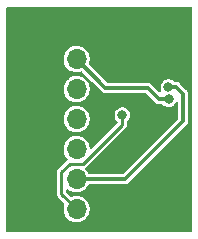
<source format=gbr>
%TF.GenerationSoftware,KiCad,Pcbnew,(6.0.5-0)*%
%TF.CreationDate,2023-04-24T20:53:51-07:00*%
%TF.ProjectId,Magnetometer_Breakout_IIS2MDCTR,4d61676e-6574-46f6-9d65-7465725f4272,rev?*%
%TF.SameCoordinates,Original*%
%TF.FileFunction,Copper,L2,Bot*%
%TF.FilePolarity,Positive*%
%FSLAX46Y46*%
G04 Gerber Fmt 4.6, Leading zero omitted, Abs format (unit mm)*
G04 Created by KiCad (PCBNEW (6.0.5-0)) date 2023-04-24 20:53:51*
%MOMM*%
%LPD*%
G01*
G04 APERTURE LIST*
%TA.AperFunction,ComponentPad*%
%ADD10R,1.700000X1.700000*%
%TD*%
%TA.AperFunction,ComponentPad*%
%ADD11O,1.700000X1.700000*%
%TD*%
%TA.AperFunction,ViaPad*%
%ADD12C,0.800000*%
%TD*%
%TA.AperFunction,Conductor*%
%ADD13C,0.350000*%
%TD*%
%TA.AperFunction,Conductor*%
%ADD14C,0.250000*%
%TD*%
G04 APERTURE END LIST*
D10*
%TO.P,J1,1,Pin_1*%
%TO.N,GND*%
X106800000Y-77575000D03*
D11*
%TO.P,J1,2,Pin_2*%
%TO.N,VDD*%
X106800000Y-80115000D03*
%TO.P,J1,3,Pin_3*%
%TO.N,SCL*%
X106800000Y-82655000D03*
%TO.P,J1,4,Pin_4*%
%TO.N,SDA*%
X106800000Y-85195000D03*
%TO.P,J1,5,Pin_5*%
%TO.N,DRDY*%
X106800000Y-87735000D03*
%TO.P,J1,6,Pin_6*%
%TO.N,VDDIO*%
X106800000Y-90275000D03*
%TO.P,J1,7,Pin_7*%
%TO.N,CS*%
X106800000Y-92815000D03*
%TD*%
D12*
%TO.N,GND*%
X103378000Y-91694000D03*
X111887000Y-87960200D03*
X109550200Y-84683600D03*
X113284000Y-81026000D03*
X103378000Y-78740000D03*
X112268000Y-92710000D03*
X115824000Y-86868000D03*
%TO.N,VDD*%
X114579400Y-83515200D03*
%TO.N,VDDIO*%
X114570000Y-82470000D03*
%TO.N,CS*%
X110670000Y-84859500D03*
%TD*%
D13*
%TO.N,VDD*%
X113784893Y-83515200D02*
X112819693Y-82550000D01*
X114579400Y-83515200D02*
X113784893Y-83515200D01*
X112819693Y-82550000D02*
X109235000Y-82550000D01*
X109235000Y-82550000D02*
X106800000Y-80115000D01*
%TO.N,VDDIO*%
X115236000Y-82470000D02*
X115824000Y-83058000D01*
X115824000Y-83058000D02*
X115824000Y-85344000D01*
X115824000Y-85344000D02*
X110893000Y-90275000D01*
X114570000Y-82470000D02*
X115236000Y-82470000D01*
X110893000Y-90275000D02*
X106800000Y-90275000D01*
D14*
%TO.N,CS*%
X110670000Y-85670000D02*
X107330000Y-89010000D01*
X105510000Y-89710000D02*
X105510000Y-91525000D01*
X110670000Y-84859500D02*
X110670000Y-85670000D01*
X107330000Y-89010000D02*
X106210000Y-89010000D01*
X106210000Y-89010000D02*
X105510000Y-89710000D01*
X105510000Y-91525000D02*
X106800000Y-92815000D01*
%TD*%
%TA.AperFunction,Conductor*%
%TO.N,GND*%
G36*
X116527621Y-75712502D02*
G01*
X116574114Y-75766158D01*
X116585500Y-75818500D01*
X116585500Y-94615500D01*
X116565498Y-94683621D01*
X116511842Y-94730114D01*
X116459500Y-94741500D01*
X100964500Y-94741500D01*
X100896379Y-94721498D01*
X100849886Y-94667842D01*
X100838500Y-94615500D01*
X100838500Y-91506876D01*
X105125680Y-91506876D01*
X105126904Y-91517217D01*
X105129627Y-91540223D01*
X105129977Y-91546154D01*
X105130072Y-91546146D01*
X105130500Y-91551324D01*
X105130500Y-91556524D01*
X105131354Y-91561653D01*
X105131354Y-91561656D01*
X105133669Y-91575565D01*
X105134506Y-91581443D01*
X105140530Y-91632341D01*
X105144493Y-91640593D01*
X105145996Y-91649626D01*
X105150943Y-91658795D01*
X105150944Y-91658797D01*
X105170334Y-91694732D01*
X105173031Y-91700025D01*
X105191785Y-91739082D01*
X105191788Y-91739086D01*
X105195219Y-91746232D01*
X105198814Y-91750508D01*
X105200737Y-91752431D01*
X105202509Y-91754363D01*
X105202552Y-91754442D01*
X105202428Y-91754555D01*
X105202904Y-91755095D01*
X105205990Y-91760814D01*
X105213635Y-91767881D01*
X105245586Y-91797416D01*
X105249152Y-91800846D01*
X105736477Y-92288171D01*
X105770503Y-92350483D01*
X105767715Y-92414630D01*
X105715007Y-92584378D01*
X105691148Y-92785964D01*
X105704424Y-92988522D01*
X105705845Y-92994118D01*
X105705846Y-92994123D01*
X105726119Y-93073945D01*
X105754392Y-93185269D01*
X105756809Y-93190512D01*
X105794010Y-93271208D01*
X105839377Y-93369616D01*
X105956533Y-93535389D01*
X106101938Y-93677035D01*
X106270720Y-93789812D01*
X106276023Y-93792090D01*
X106276026Y-93792092D01*
X106364707Y-93830192D01*
X106457228Y-93869942D01*
X106530244Y-93886464D01*
X106649579Y-93913467D01*
X106649584Y-93913468D01*
X106655216Y-93914742D01*
X106660987Y-93914969D01*
X106660989Y-93914969D01*
X106720756Y-93917317D01*
X106858053Y-93922712D01*
X106958499Y-93908148D01*
X107053231Y-93894413D01*
X107053236Y-93894412D01*
X107058945Y-93893584D01*
X107064409Y-93891729D01*
X107064414Y-93891728D01*
X107245693Y-93830192D01*
X107245698Y-93830190D01*
X107251165Y-93828334D01*
X107428276Y-93729147D01*
X107490934Y-93677035D01*
X107579913Y-93603031D01*
X107584345Y-93599345D01*
X107714147Y-93443276D01*
X107813334Y-93266165D01*
X107815190Y-93260698D01*
X107815192Y-93260693D01*
X107876728Y-93079414D01*
X107876729Y-93079409D01*
X107878584Y-93073945D01*
X107879412Y-93068236D01*
X107879413Y-93068231D01*
X107907179Y-92876727D01*
X107907712Y-92873053D01*
X107909232Y-92815000D01*
X107890658Y-92612859D01*
X107889090Y-92607299D01*
X107837125Y-92423046D01*
X107837124Y-92423044D01*
X107835557Y-92417487D01*
X107802515Y-92350483D01*
X107748331Y-92240609D01*
X107745776Y-92235428D01*
X107624320Y-92072779D01*
X107475258Y-91934987D01*
X107470375Y-91931906D01*
X107470371Y-91931903D01*
X107308464Y-91829748D01*
X107303581Y-91826667D01*
X107115039Y-91751446D01*
X107109379Y-91750320D01*
X107109375Y-91750319D01*
X106921613Y-91712971D01*
X106921610Y-91712971D01*
X106915946Y-91711844D01*
X106910171Y-91711768D01*
X106910167Y-91711768D01*
X106808793Y-91710441D01*
X106712971Y-91709187D01*
X106707274Y-91710166D01*
X106707273Y-91710166D01*
X106518607Y-91742585D01*
X106512910Y-91743564D01*
X106407671Y-91782389D01*
X106336839Y-91787201D01*
X106274966Y-91753272D01*
X105926405Y-91404711D01*
X105892379Y-91342399D01*
X105889500Y-91315616D01*
X105889500Y-91228490D01*
X105909502Y-91160369D01*
X105963158Y-91113876D01*
X106033432Y-91103772D01*
X106094796Y-91130571D01*
X106097798Y-91133002D01*
X106101938Y-91137035D01*
X106270720Y-91249812D01*
X106276023Y-91252090D01*
X106276026Y-91252092D01*
X106364707Y-91290192D01*
X106457228Y-91329942D01*
X106530244Y-91346464D01*
X106649579Y-91373467D01*
X106649584Y-91373468D01*
X106655216Y-91374742D01*
X106660987Y-91374969D01*
X106660989Y-91374969D01*
X106720756Y-91377317D01*
X106858053Y-91382712D01*
X106960858Y-91367806D01*
X107053231Y-91354413D01*
X107053236Y-91354412D01*
X107058945Y-91353584D01*
X107064409Y-91351729D01*
X107064414Y-91351728D01*
X107245693Y-91290192D01*
X107245698Y-91290190D01*
X107251165Y-91288334D01*
X107428276Y-91189147D01*
X107490934Y-91137035D01*
X107579913Y-91063031D01*
X107584345Y-91059345D01*
X107714147Y-90903276D01*
X107789384Y-90768931D01*
X107840118Y-90719272D01*
X107899316Y-90704500D01*
X110860031Y-90704500D01*
X110874841Y-90705373D01*
X110906643Y-90709137D01*
X110915907Y-90707445D01*
X110915908Y-90707445D01*
X110961583Y-90699103D01*
X110965489Y-90698453D01*
X111011405Y-90691550D01*
X111020717Y-90690150D01*
X111026924Y-90687169D01*
X111033694Y-90685933D01*
X111042050Y-90681593D01*
X111042057Y-90681590D01*
X111083273Y-90660179D01*
X111086750Y-90658441D01*
X111137141Y-90634243D01*
X111142196Y-90629571D01*
X111148305Y-90626397D01*
X111153121Y-90622283D01*
X111188545Y-90586859D01*
X111192112Y-90583429D01*
X111225061Y-90552972D01*
X111225062Y-90552971D01*
X111231981Y-90546575D01*
X111235540Y-90540449D01*
X111240564Y-90534840D01*
X116104391Y-85671014D01*
X116115480Y-85661159D01*
X116133231Y-85647165D01*
X116140628Y-85641334D01*
X116172371Y-85595405D01*
X116174666Y-85592193D01*
X116202268Y-85554824D01*
X116202269Y-85554823D01*
X116207865Y-85547246D01*
X116210147Y-85540749D01*
X116214059Y-85535088D01*
X116230895Y-85481852D01*
X116232146Y-85478103D01*
X116247536Y-85434280D01*
X116247538Y-85434272D01*
X116250657Y-85425389D01*
X116250927Y-85418510D01*
X116253003Y-85411947D01*
X116253500Y-85405633D01*
X116253500Y-85355515D01*
X116253597Y-85350568D01*
X116255358Y-85305746D01*
X116255728Y-85296337D01*
X116253913Y-85289494D01*
X116253500Y-85281981D01*
X116253500Y-83090969D01*
X116254373Y-83076159D01*
X116257030Y-83053709D01*
X116258137Y-83044357D01*
X116256445Y-83035094D01*
X116256445Y-83035087D01*
X116248102Y-82989410D01*
X116247451Y-82985502D01*
X116246564Y-82979597D01*
X116243150Y-82956892D01*
X116240551Y-82939601D01*
X116240551Y-82939600D01*
X116239150Y-82930283D01*
X116236169Y-82924076D01*
X116234933Y-82917307D01*
X116209201Y-82867770D01*
X116207434Y-82864233D01*
X116187324Y-82822355D01*
X116187320Y-82822349D01*
X116183243Y-82813859D01*
X116178570Y-82808804D01*
X116175397Y-82802695D01*
X116171284Y-82797879D01*
X116135847Y-82762442D01*
X116132417Y-82758875D01*
X116101968Y-82725935D01*
X116095575Y-82719019D01*
X116089453Y-82715463D01*
X116083848Y-82710443D01*
X115563014Y-82189609D01*
X115553159Y-82178520D01*
X115545772Y-82169150D01*
X115533334Y-82153372D01*
X115525587Y-82148018D01*
X115525583Y-82148014D01*
X115487396Y-82121621D01*
X115484176Y-82119320D01*
X115446828Y-82091734D01*
X115446822Y-82091731D01*
X115439246Y-82086135D01*
X115432749Y-82083853D01*
X115427088Y-82079941D01*
X115418114Y-82077103D01*
X115418112Y-82077102D01*
X115373860Y-82063108D01*
X115370103Y-82061854D01*
X115326280Y-82046464D01*
X115326272Y-82046462D01*
X115317389Y-82043343D01*
X115310510Y-82043073D01*
X115303947Y-82040997D01*
X115297633Y-82040500D01*
X115247515Y-82040500D01*
X115242568Y-82040403D01*
X115188337Y-82038272D01*
X115181494Y-82040087D01*
X115173981Y-82040500D01*
X115119847Y-82040500D01*
X115051726Y-82020498D01*
X115036029Y-82008577D01*
X114951951Y-81933667D01*
X114951945Y-81933663D01*
X114946275Y-81928611D01*
X114938889Y-81924700D01*
X114812988Y-81858039D01*
X114812989Y-81858039D01*
X114806274Y-81854484D01*
X114652633Y-81815892D01*
X114645034Y-81815852D01*
X114645033Y-81815852D01*
X114579181Y-81815507D01*
X114494221Y-81815062D01*
X114486841Y-81816834D01*
X114486839Y-81816834D01*
X114347563Y-81850271D01*
X114347560Y-81850272D01*
X114340184Y-81852043D01*
X114199414Y-81924700D01*
X114080039Y-82028838D01*
X113988950Y-82158444D01*
X113973008Y-82199334D01*
X113945609Y-82269609D01*
X113931406Y-82306037D01*
X113930414Y-82313570D01*
X113930414Y-82313571D01*
X113912077Y-82452859D01*
X113910729Y-82463096D01*
X113928113Y-82620553D01*
X113930723Y-82627684D01*
X113930723Y-82627686D01*
X113940719Y-82655000D01*
X113980037Y-82762442D01*
X113980429Y-82763514D01*
X113985055Y-82834360D01*
X113950645Y-82896460D01*
X113888124Y-82930099D01*
X113817341Y-82924596D01*
X113773008Y-82895910D01*
X113146707Y-82269609D01*
X113136852Y-82258520D01*
X113122858Y-82240769D01*
X113117027Y-82233372D01*
X113109280Y-82228017D01*
X113109278Y-82228016D01*
X113071108Y-82201636D01*
X113067886Y-82199334D01*
X113030517Y-82171732D01*
X113030516Y-82171731D01*
X113022939Y-82166135D01*
X113016442Y-82163853D01*
X113010781Y-82159941D01*
X113001807Y-82157103D01*
X113001805Y-82157102D01*
X112957553Y-82143108D01*
X112953796Y-82141854D01*
X112909973Y-82126464D01*
X112909965Y-82126462D01*
X112901082Y-82123343D01*
X112894203Y-82123073D01*
X112887640Y-82120997D01*
X112881326Y-82120500D01*
X112831208Y-82120500D01*
X112826261Y-82120403D01*
X112772030Y-82118272D01*
X112765187Y-82120087D01*
X112757674Y-82120500D01*
X109465094Y-82120500D01*
X109396973Y-82100498D01*
X109375999Y-82083595D01*
X107880201Y-80587796D01*
X107846175Y-80525484D01*
X107849983Y-80458201D01*
X107878584Y-80373945D01*
X107879412Y-80368236D01*
X107879413Y-80368231D01*
X107907179Y-80176727D01*
X107907712Y-80173053D01*
X107909232Y-80115000D01*
X107890658Y-79912859D01*
X107889090Y-79907299D01*
X107837125Y-79723046D01*
X107837124Y-79723044D01*
X107835557Y-79717487D01*
X107824978Y-79696033D01*
X107748331Y-79540609D01*
X107745776Y-79535428D01*
X107624320Y-79372779D01*
X107475258Y-79234987D01*
X107470375Y-79231906D01*
X107470371Y-79231903D01*
X107308464Y-79129748D01*
X107303581Y-79126667D01*
X107115039Y-79051446D01*
X107109379Y-79050320D01*
X107109375Y-79050319D01*
X106921613Y-79012971D01*
X106921610Y-79012971D01*
X106915946Y-79011844D01*
X106910171Y-79011768D01*
X106910167Y-79011768D01*
X106808793Y-79010441D01*
X106712971Y-79009187D01*
X106707274Y-79010166D01*
X106707273Y-79010166D01*
X106518607Y-79042585D01*
X106512910Y-79043564D01*
X106322463Y-79113824D01*
X106148010Y-79217612D01*
X106143670Y-79221418D01*
X106143666Y-79221421D01*
X106123723Y-79238911D01*
X105995392Y-79351455D01*
X105869720Y-79510869D01*
X105867031Y-79515980D01*
X105867029Y-79515983D01*
X105854073Y-79540609D01*
X105775203Y-79690515D01*
X105715007Y-79884378D01*
X105691148Y-80085964D01*
X105704424Y-80288522D01*
X105705845Y-80294118D01*
X105705846Y-80294123D01*
X105726119Y-80373945D01*
X105754392Y-80485269D01*
X105756809Y-80490512D01*
X105836959Y-80664371D01*
X105839377Y-80669616D01*
X105956533Y-80835389D01*
X106101938Y-80977035D01*
X106270720Y-81089812D01*
X106276023Y-81092090D01*
X106276026Y-81092092D01*
X106451921Y-81167662D01*
X106457228Y-81169942D01*
X106530244Y-81186464D01*
X106649579Y-81213467D01*
X106649584Y-81213468D01*
X106655216Y-81214742D01*
X106660987Y-81214969D01*
X106660989Y-81214969D01*
X106720756Y-81217317D01*
X106858053Y-81222712D01*
X106958499Y-81208148D01*
X107053231Y-81194413D01*
X107053236Y-81194412D01*
X107058945Y-81193584D01*
X107064409Y-81191729D01*
X107064414Y-81191728D01*
X107143201Y-81164983D01*
X107214136Y-81162027D01*
X107272797Y-81195201D01*
X108098093Y-82020498D01*
X108907986Y-82830391D01*
X108917841Y-82841480D01*
X108937666Y-82866628D01*
X108945413Y-82871983D01*
X108945415Y-82871984D01*
X108983585Y-82898364D01*
X108986807Y-82900666D01*
X109009337Y-82917307D01*
X109031754Y-82933865D01*
X109038251Y-82936147D01*
X109043912Y-82940059D01*
X109052886Y-82942897D01*
X109052888Y-82942898D01*
X109097140Y-82956892D01*
X109100897Y-82958146D01*
X109144720Y-82973536D01*
X109144728Y-82973538D01*
X109153611Y-82976657D01*
X109160490Y-82976927D01*
X109167053Y-82979003D01*
X109173367Y-82979500D01*
X109223485Y-82979500D01*
X109228431Y-82979597D01*
X109282663Y-82981728D01*
X109289506Y-82979913D01*
X109297019Y-82979500D01*
X112589598Y-82979500D01*
X112657719Y-82999502D01*
X112678694Y-83016405D01*
X113457883Y-83795595D01*
X113467737Y-83806684D01*
X113487559Y-83831828D01*
X113495306Y-83837183D01*
X113495308Y-83837184D01*
X113533478Y-83863564D01*
X113536690Y-83865859D01*
X113581647Y-83899065D01*
X113588144Y-83901347D01*
X113593805Y-83905259D01*
X113602779Y-83908097D01*
X113602781Y-83908098D01*
X113647033Y-83922092D01*
X113650790Y-83923346D01*
X113694613Y-83938736D01*
X113694621Y-83938738D01*
X113703504Y-83941857D01*
X113710383Y-83942127D01*
X113716946Y-83944203D01*
X113723260Y-83944700D01*
X113773378Y-83944700D01*
X113778324Y-83944797D01*
X113832556Y-83946928D01*
X113839399Y-83945113D01*
X113846912Y-83944700D01*
X114030128Y-83944700D01*
X114098249Y-83964702D01*
X114114927Y-83977506D01*
X114197476Y-84052619D01*
X114336693Y-84128208D01*
X114489922Y-84168407D01*
X114573877Y-84169726D01*
X114640719Y-84170776D01*
X114640722Y-84170776D01*
X114648316Y-84170895D01*
X114802732Y-84135529D01*
X114894874Y-84089187D01*
X114937472Y-84067763D01*
X114937475Y-84067761D01*
X114944255Y-84064351D01*
X114950026Y-84059422D01*
X114950029Y-84059420D01*
X115058936Y-83966404D01*
X115058936Y-83966403D01*
X115064714Y-83961469D01*
X115157155Y-83832824D01*
X115158938Y-83828389D01*
X115208433Y-83779177D01*
X115277850Y-83764285D01*
X115344299Y-83789287D01*
X115386682Y-83846245D01*
X115394500Y-83889938D01*
X115394500Y-85113906D01*
X115374498Y-85182027D01*
X115357595Y-85203001D01*
X110752000Y-89808595D01*
X110689688Y-89842621D01*
X110662905Y-89845500D01*
X107898135Y-89845500D01*
X107830014Y-89825498D01*
X107785129Y-89775228D01*
X107748331Y-89700609D01*
X107745776Y-89695428D01*
X107624320Y-89532779D01*
X107576247Y-89488341D01*
X107539804Y-89427416D01*
X107542084Y-89356456D01*
X107569253Y-89310291D01*
X107602416Y-89274415D01*
X107605846Y-89270848D01*
X110900216Y-85976478D01*
X110918964Y-85961336D01*
X110920189Y-85960221D01*
X110928940Y-85954571D01*
X110935387Y-85946393D01*
X110935389Y-85946391D01*
X110949729Y-85928200D01*
X110953678Y-85923756D01*
X110953604Y-85923694D01*
X110956957Y-85919737D01*
X110960638Y-85916056D01*
X110971865Y-85900346D01*
X110975421Y-85895609D01*
X111000708Y-85863532D01*
X111007156Y-85855353D01*
X111010189Y-85846716D01*
X111015513Y-85839266D01*
X111030202Y-85790151D01*
X111032034Y-85784514D01*
X111046390Y-85743633D01*
X111046390Y-85743632D01*
X111049018Y-85736149D01*
X111049500Y-85730584D01*
X111049500Y-85727876D01*
X111049614Y-85725242D01*
X111049643Y-85725144D01*
X111049807Y-85725151D01*
X111049851Y-85724447D01*
X111051713Y-85718222D01*
X111049597Y-85664365D01*
X111049500Y-85659418D01*
X111049500Y-85454230D01*
X111069502Y-85386109D01*
X111093669Y-85358419D01*
X111149536Y-85310704D01*
X111155314Y-85305769D01*
X111247755Y-85177124D01*
X111306842Y-85030141D01*
X111329162Y-84873307D01*
X111329307Y-84859500D01*
X111310276Y-84702233D01*
X111254280Y-84554046D01*
X111245814Y-84541728D01*
X111168855Y-84429751D01*
X111168854Y-84429749D01*
X111164553Y-84423492D01*
X111046275Y-84318111D01*
X111038889Y-84314200D01*
X110912988Y-84247539D01*
X110912989Y-84247539D01*
X110906274Y-84243984D01*
X110752633Y-84205392D01*
X110745034Y-84205352D01*
X110745033Y-84205352D01*
X110679181Y-84205007D01*
X110594221Y-84204562D01*
X110586841Y-84206334D01*
X110586839Y-84206334D01*
X110447563Y-84239771D01*
X110447560Y-84239772D01*
X110440184Y-84241543D01*
X110299414Y-84314200D01*
X110180039Y-84418338D01*
X110088950Y-84547944D01*
X110031406Y-84695537D01*
X110030414Y-84703070D01*
X110030414Y-84703071D01*
X110020809Y-84776033D01*
X110010729Y-84852596D01*
X110019421Y-84931325D01*
X110026215Y-84992859D01*
X110028113Y-85010053D01*
X110082553Y-85158819D01*
X110086789Y-85165122D01*
X110086789Y-85165123D01*
X110148345Y-85256727D01*
X110170908Y-85290305D01*
X110176527Y-85295418D01*
X110176528Y-85295419D01*
X110249299Y-85361635D01*
X110286222Y-85422275D01*
X110290500Y-85454829D01*
X110290500Y-85460616D01*
X110270498Y-85528737D01*
X110253595Y-85549711D01*
X108112601Y-87690705D01*
X108050289Y-87724731D01*
X107979474Y-87719666D01*
X107922638Y-87677119D01*
X107898035Y-87613140D01*
X107891187Y-87538613D01*
X107891186Y-87538610D01*
X107890658Y-87532859D01*
X107889090Y-87527299D01*
X107837125Y-87343046D01*
X107837124Y-87343044D01*
X107835557Y-87337487D01*
X107824978Y-87316033D01*
X107748331Y-87160609D01*
X107745776Y-87155428D01*
X107624320Y-86992779D01*
X107475258Y-86854987D01*
X107470375Y-86851906D01*
X107470371Y-86851903D01*
X107308464Y-86749748D01*
X107303581Y-86746667D01*
X107115039Y-86671446D01*
X107109379Y-86670320D01*
X107109375Y-86670319D01*
X106921613Y-86632971D01*
X106921610Y-86632971D01*
X106915946Y-86631844D01*
X106910171Y-86631768D01*
X106910167Y-86631768D01*
X106808793Y-86630441D01*
X106712971Y-86629187D01*
X106707274Y-86630166D01*
X106707273Y-86630166D01*
X106518607Y-86662585D01*
X106512910Y-86663564D01*
X106322463Y-86733824D01*
X106148010Y-86837612D01*
X106143670Y-86841418D01*
X106143666Y-86841421D01*
X106123723Y-86858911D01*
X105995392Y-86971455D01*
X105869720Y-87130869D01*
X105867031Y-87135980D01*
X105867029Y-87135983D01*
X105854073Y-87160609D01*
X105775203Y-87310515D01*
X105715007Y-87504378D01*
X105691148Y-87705964D01*
X105704424Y-87908522D01*
X105754392Y-88105269D01*
X105839377Y-88289616D01*
X105956533Y-88455389D01*
X106004910Y-88502515D01*
X106039746Y-88564373D01*
X106035609Y-88635249D01*
X105993811Y-88692637D01*
X105993095Y-88693142D01*
X105988768Y-88695220D01*
X105984492Y-88698814D01*
X105982546Y-88700760D01*
X105980641Y-88702507D01*
X105980551Y-88702556D01*
X105980439Y-88702433D01*
X105979904Y-88702905D01*
X105974186Y-88705990D01*
X105967119Y-88713635D01*
X105937584Y-88745586D01*
X105934154Y-88749152D01*
X105279784Y-89403522D01*
X105261036Y-89418664D01*
X105259811Y-89419779D01*
X105251060Y-89425429D01*
X105244613Y-89433607D01*
X105244611Y-89433609D01*
X105230271Y-89451800D01*
X105226325Y-89456241D01*
X105226398Y-89456303D01*
X105223039Y-89460267D01*
X105219362Y-89463944D01*
X105208108Y-89479692D01*
X105204602Y-89484362D01*
X105172844Y-89524647D01*
X105169812Y-89533281D01*
X105164486Y-89540734D01*
X105161501Y-89550715D01*
X105149799Y-89589844D01*
X105147964Y-89595492D01*
X105130982Y-89643851D01*
X105130500Y-89649416D01*
X105130500Y-89652124D01*
X105130386Y-89654758D01*
X105130357Y-89654856D01*
X105130193Y-89654849D01*
X105130149Y-89655553D01*
X105128287Y-89661778D01*
X105128696Y-89672183D01*
X105130403Y-89715635D01*
X105130500Y-89720582D01*
X105130500Y-91471080D01*
X105127951Y-91495028D01*
X105127872Y-91496693D01*
X105125680Y-91506876D01*
X100838500Y-91506876D01*
X100838500Y-85165964D01*
X105691148Y-85165964D01*
X105704424Y-85368522D01*
X105705845Y-85374118D01*
X105705846Y-85374123D01*
X105741068Y-85512806D01*
X105754392Y-85565269D01*
X105756809Y-85570512D01*
X105794010Y-85651208D01*
X105839377Y-85749616D01*
X105842710Y-85754332D01*
X105944199Y-85897936D01*
X105956533Y-85915389D01*
X106101938Y-86057035D01*
X106270720Y-86169812D01*
X106276023Y-86172090D01*
X106276026Y-86172092D01*
X106364707Y-86210192D01*
X106457228Y-86249942D01*
X106530244Y-86266464D01*
X106649579Y-86293467D01*
X106649584Y-86293468D01*
X106655216Y-86294742D01*
X106660987Y-86294969D01*
X106660989Y-86294969D01*
X106720756Y-86297317D01*
X106858053Y-86302712D01*
X106958499Y-86288148D01*
X107053231Y-86274413D01*
X107053236Y-86274412D01*
X107058945Y-86273584D01*
X107064409Y-86271729D01*
X107064414Y-86271728D01*
X107245693Y-86210192D01*
X107245698Y-86210190D01*
X107251165Y-86208334D01*
X107428276Y-86109147D01*
X107490934Y-86057035D01*
X107579913Y-85983031D01*
X107584345Y-85979345D01*
X107641463Y-85910669D01*
X107710453Y-85827718D01*
X107710455Y-85827715D01*
X107714147Y-85823276D01*
X107813334Y-85646165D01*
X107815190Y-85640698D01*
X107815192Y-85640693D01*
X107876728Y-85459414D01*
X107876729Y-85459409D01*
X107878584Y-85453945D01*
X107879412Y-85448236D01*
X107879413Y-85448231D01*
X107899353Y-85310704D01*
X107907712Y-85253053D01*
X107909232Y-85195000D01*
X107893392Y-85022615D01*
X107891187Y-84998613D01*
X107891186Y-84998610D01*
X107890658Y-84992859D01*
X107889090Y-84987299D01*
X107837125Y-84803046D01*
X107837124Y-84803044D01*
X107835557Y-84797487D01*
X107824978Y-84776033D01*
X107748331Y-84620609D01*
X107745776Y-84615428D01*
X107624320Y-84452779D01*
X107475258Y-84314987D01*
X107470375Y-84311906D01*
X107470371Y-84311903D01*
X107308464Y-84209748D01*
X107303581Y-84206667D01*
X107115039Y-84131446D01*
X107109379Y-84130320D01*
X107109375Y-84130319D01*
X106921613Y-84092971D01*
X106921610Y-84092971D01*
X106915946Y-84091844D01*
X106910171Y-84091768D01*
X106910167Y-84091768D01*
X106808793Y-84090441D01*
X106712971Y-84089187D01*
X106707274Y-84090166D01*
X106707273Y-84090166D01*
X106518607Y-84122585D01*
X106512910Y-84123564D01*
X106322463Y-84193824D01*
X106148010Y-84297612D01*
X106143670Y-84301418D01*
X106143666Y-84301421D01*
X106004472Y-84423492D01*
X105995392Y-84431455D01*
X105869720Y-84590869D01*
X105867031Y-84595980D01*
X105867029Y-84595983D01*
X105854073Y-84620609D01*
X105775203Y-84770515D01*
X105715007Y-84964378D01*
X105691148Y-85165964D01*
X100838500Y-85165964D01*
X100838500Y-82625964D01*
X105691148Y-82625964D01*
X105704424Y-82828522D01*
X105705845Y-82834118D01*
X105705846Y-82834123D01*
X105745285Y-82989410D01*
X105754392Y-83025269D01*
X105756809Y-83030512D01*
X105794010Y-83111208D01*
X105839377Y-83209616D01*
X105956533Y-83375389D01*
X106101938Y-83517035D01*
X106270720Y-83629812D01*
X106276023Y-83632090D01*
X106276026Y-83632092D01*
X106364707Y-83670192D01*
X106457228Y-83709942D01*
X106530244Y-83726464D01*
X106649579Y-83753467D01*
X106649584Y-83753468D01*
X106655216Y-83754742D01*
X106660987Y-83754969D01*
X106660989Y-83754969D01*
X106720756Y-83757317D01*
X106858053Y-83762712D01*
X106958499Y-83748148D01*
X107053231Y-83734413D01*
X107053236Y-83734412D01*
X107058945Y-83733584D01*
X107064409Y-83731729D01*
X107064414Y-83731728D01*
X107245693Y-83670192D01*
X107245698Y-83670190D01*
X107251165Y-83668334D01*
X107428276Y-83569147D01*
X107490934Y-83517035D01*
X107579913Y-83443031D01*
X107584345Y-83439345D01*
X107714147Y-83283276D01*
X107813334Y-83106165D01*
X107815190Y-83100698D01*
X107815192Y-83100693D01*
X107876728Y-82919414D01*
X107876729Y-82919409D01*
X107878584Y-82913945D01*
X107879412Y-82908236D01*
X107879413Y-82908231D01*
X107907179Y-82716727D01*
X107907712Y-82713053D01*
X107909232Y-82655000D01*
X107897797Y-82530551D01*
X107891187Y-82458613D01*
X107891186Y-82458610D01*
X107890658Y-82452859D01*
X107889090Y-82447299D01*
X107837125Y-82263046D01*
X107837124Y-82263044D01*
X107835557Y-82257487D01*
X107824978Y-82236033D01*
X107748331Y-82080609D01*
X107745776Y-82075428D01*
X107736128Y-82062507D01*
X107633487Y-81925055D01*
X107624320Y-81912779D01*
X107475258Y-81774987D01*
X107470375Y-81771906D01*
X107470371Y-81771903D01*
X107308464Y-81669748D01*
X107303581Y-81666667D01*
X107115039Y-81591446D01*
X107109379Y-81590320D01*
X107109375Y-81590319D01*
X106921613Y-81552971D01*
X106921610Y-81552971D01*
X106915946Y-81551844D01*
X106910171Y-81551768D01*
X106910167Y-81551768D01*
X106808793Y-81550441D01*
X106712971Y-81549187D01*
X106707274Y-81550166D01*
X106707273Y-81550166D01*
X106518607Y-81582585D01*
X106512910Y-81583564D01*
X106322463Y-81653824D01*
X106148010Y-81757612D01*
X106143670Y-81761418D01*
X106143666Y-81761421D01*
X106037549Y-81854484D01*
X105995392Y-81891455D01*
X105869720Y-82050869D01*
X105867031Y-82055980D01*
X105867029Y-82055983D01*
X105832824Y-82120997D01*
X105775203Y-82230515D01*
X105715007Y-82424378D01*
X105691148Y-82625964D01*
X100838500Y-82625964D01*
X100838500Y-75818500D01*
X100858502Y-75750379D01*
X100912158Y-75703886D01*
X100964500Y-75692500D01*
X116459500Y-75692500D01*
X116527621Y-75712502D01*
G37*
%TD.AperFunction*%
%TD*%
M02*

</source>
